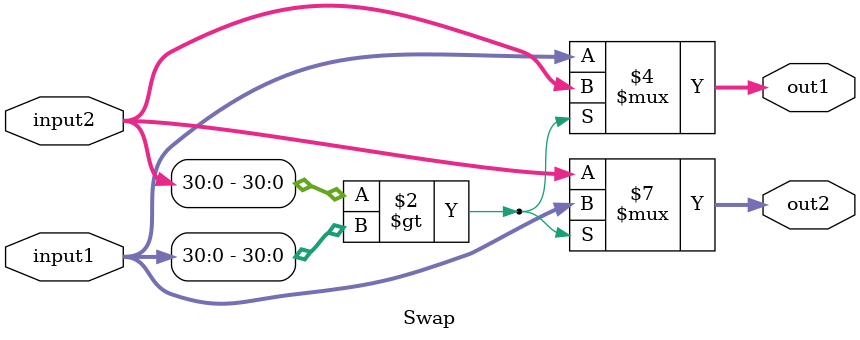
<source format=v>
module Swap(input [31:0]input1, input [31:0]input2, output reg [31:0]out1, output reg [31:0]out2);

    always @(input1 | input2)
    begin
        if(input2[30:0]>input1[30:0])
        begin
            out2 = input1;
            out1 = input2;
        end
        else
        begin
            out1 = input1;
            out2 = input2;
        end
    end

endmodule

</source>
